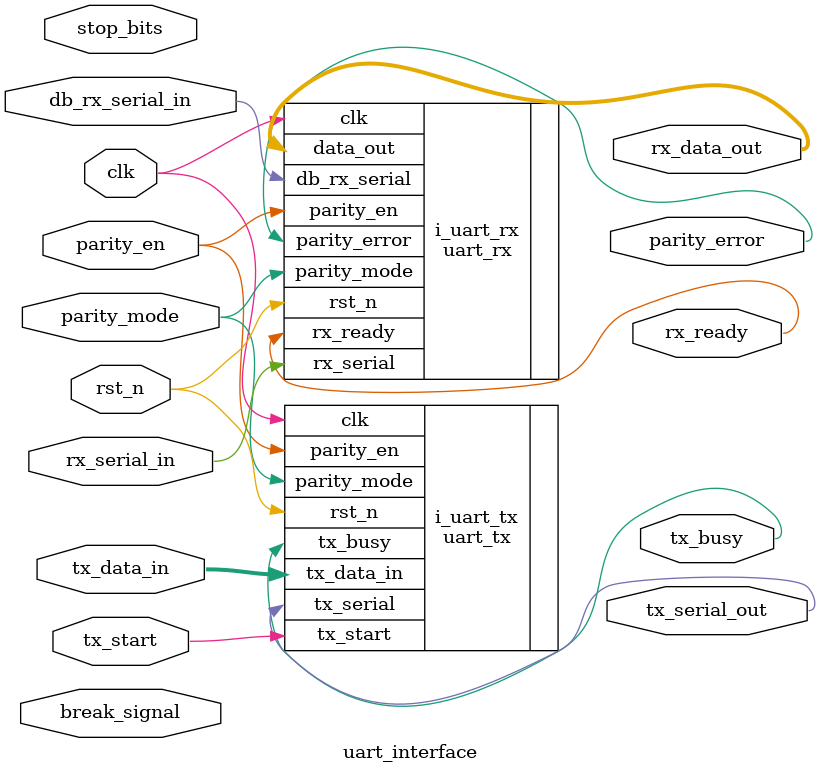
<source format=v>
`timescale 1ns / 10ps

module uart_interface #(
    parameter integer CLOCK_RATE = 200_000_000,  // System clock frequency in Hz
    parameter integer BAUD_RATE = 9600           // Desired baud rate in bps
)(
    input  wire       clk,                // System clock
    input  wire       rst_n,              // Active-low asynchronous reset
    input  wire       tx_start,           // Trigger to start data transmission
    input  wire [7:0] tx_data_in,         // Data to be transmitted
    input  wire       rx_serial_in,       // Serial data input for reception
    input  wire       db_rx_serial_in,    // Flag to enable or disable debounce for rx_serial_in: 0:disabled, 1:enabled
    input  wire       parity_en,          // Enable parity bit
    input  wire       parity_mode,        // Parity mode: 0 = even, 1 = odd
    input  wire       stop_bits,          // Number of stop bits: 0 = 1 stop bit, 1 = 2 stop bits
    input  wire       break_signal,       // Signal to send a break condition on TX
    output wire       tx_serial_out,      // Serial data output for transmission
    output wire [7:0] rx_data_out,        // Received data
    output wire       rx_ready,           // Indicates received data is ready
    output wire       parity_error,       // Parity Error
    output wire       tx_busy             // Indicates transmission is in progress
);

    wire rx_baud_clk;
    wire tx_baud_clk;

    // Instantiate the Tx Module 
    uart_tx #(
        .CLOCK_RATE(CLOCK_RATE),
        .BAUD_RATE (BAUD_RATE )
    )i_uart_tx (
        .clk(clk),                         // System clock
        .rst_n(rst_n),                     // Active-low reset
        .tx_start(tx_start),               // Directly connect tx_start (no baud clock needed)
        .tx_data_in(tx_data_in),           // Data to be transmitted
        .parity_en(parity_en),             // Parity enable control
        .parity_mode(parity_mode),         // Parity mode control: even/odd
        .tx_serial(tx_serial_out),         // Serial output (transmitted data)
        .tx_busy(tx_busy)                  // Transmitter busy signal
    );

    // Instantiate the Rx Module (also system clock-based with internal clock divider)
    uart_rx  #(
        .CLOCK_RATE(CLOCK_RATE),
        .BAUD_RATE (BAUD_RATE )
    )i_uart_rx (
        .clk(clk),                         // System clock
        .rst_n(rst_n),                     // Active-low reset
        .rx_serial(rx_serial_in),          // Serial data input
        .db_rx_serial(db_rx_serial_in),    // Flag whether to debounce rx_serial_in or not
        .parity_en(parity_en),             // Parity enable control
        .parity_mode(parity_mode),         // Parity mode control: even/odd
        .data_out(rx_data_out),            // Received data output
        .rx_ready(rx_ready),               // Data ready signal
        .parity_error(parity_error)        // Parity error signal
    );
    
endmodule

</source>
